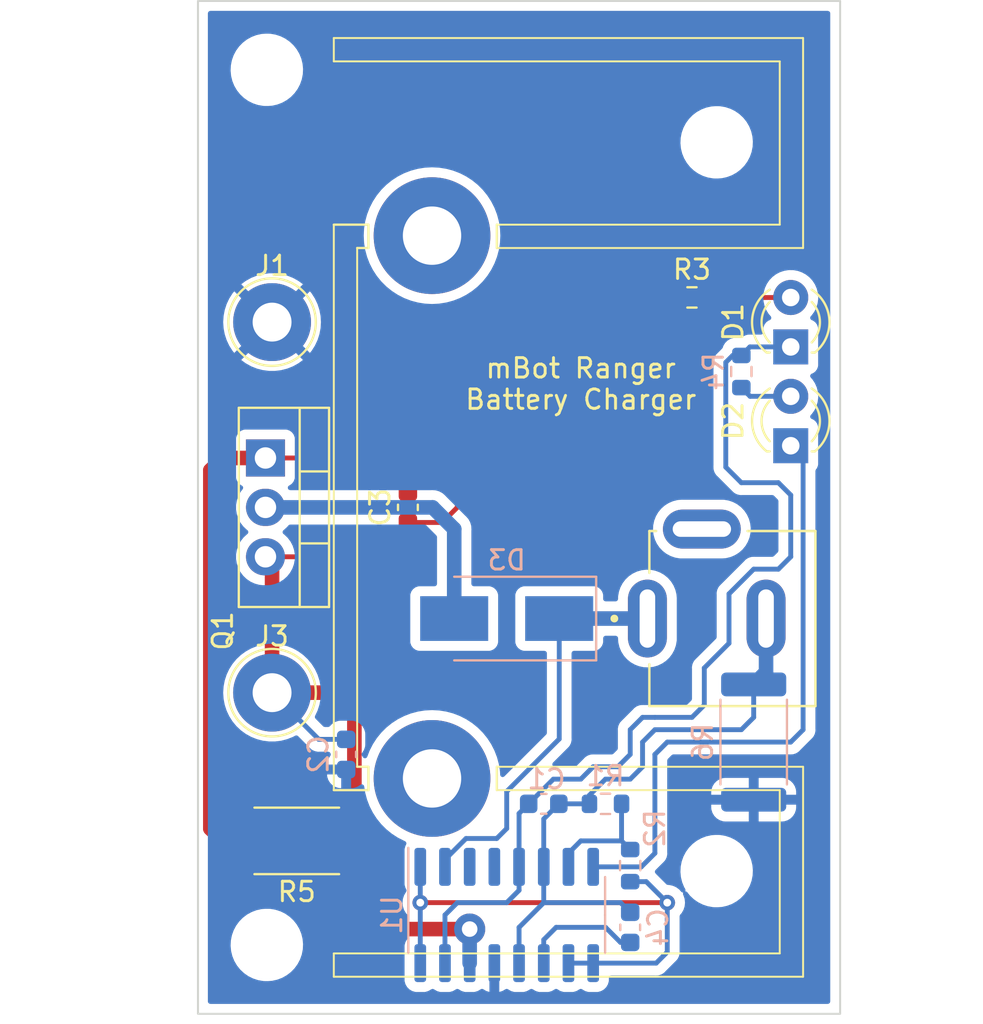
<source format=kicad_pcb>
(kicad_pcb (version 20211014) (generator pcbnew)
  (title_block (title "mbot Ranger Charger") (date "2022-12-31") (rev "1.0"))
  (layers (0 "F.Cu" signal) (31 "B.Cu" signal) (34 "B.Paste" user) (35 "F.Paste" user) (36 "B.SilkS" user "B.Silkscreen") (37 "F.SilkS" user "F.Silkscreen") (38 "B.Mask" user) (39 "F.Mask" user) (44 "Edge.Cuts" user))
  (net 0 "")
  (net 1 "Net-(C1-Pad1)")
  (net 2 "/DC_IN")
  (net 3 "GND")
  (net 4 "/DRV")
  (net 5 "Net-(C4-Pad1)")
  (net 6 "Net-(D1-Pad2)")
  (net 7 "Net-(D2-Pad1)")
  (net 8 "Net-(D2-Pad2)")
  (net 9 "Net-(D3-Pad2)")
  (net 11 "Net-(R1-Pad1)")
  (net 12 "Net-(R2-Pad2)")
  (net 15 "/BATT-")
  (net 16 "/BATT+")
  (footprint "Resistor_SMD:R_0603_1608Metric" (layer "F.Cu") (at 125.73 84.455)
    (fp_text reference "R3" (at 0 -1.43) (layer "F.SilkS"))
    (fp_text value "750")
    (fp_line (start -0.237258 -0.5225) (end 0.237258 -0.5225) (layer "F.SilkS") (width 0.12))
    (fp_line (start -0.237258 0.5225) (end 0.237258 0.5225) (layer "F.SilkS") (width 0.12))
    (pad "1" smd roundrect (at -0.825 0) (size 0.8 0.95) (layers "F.Cu" "F.Paste" "F.Mask") (net 2 "/DC_IN"))
    (pad "2" smd roundrect (at 0.825 0) (size 0.8 0.95) (layers "F.Cu" "F.Paste" "F.Mask") (net 6 "Net-(D1-Pad2)"))
  )
  (footprint "Resistor_SMD:R_2512_6332Metric" (layer "F.Cu") (at 105.41 112.395 180)
    (fp_text reference "R5" (at 0 -2.62) (layer "F.SilkS"))
    (fp_text value "150")
    (fp_line (start -2.177064 -1.71) (end 2.177064 -1.71) (layer "F.SilkS") (width 0.12))
    (fp_line (start -2.177064 1.71) (end 2.177064 1.71) (layer "F.SilkS") (width 0.12))
    (pad "1" smd roundrect (at -2.9625 0 180) (size 1.225 3.35) (layers "F.Cu" "F.Paste" "F.Mask") (roundrect_rratio 0.2040816327) (net 2 "/DC_IN"))
    (pad "2" smd roundrect (at 2.9625 0 180) (size 1.225 3.35) (layers "F.Cu" "F.Paste" "F.Mask") (roundrect_rratio 0.2040816327) (net 4 "/DRV"))
  )
  (footprint "TestPoint:TestPoint_THTPad_D4.0mm_Drill2.0mm" (layer "F.Cu") (at 104.14 85.725)
    (fp_text reference "J1" (at 0 -2.898) (layer "F.SilkS"))
    (fp_text value "Conn_01x01")
    (fp_circle (center 0 0) (end 0 2.25) (layer "F.SilkS") (width 0.12) (fill none))
    (pad "1" thru_hole circle (at 0 0) (size 4 4) (drill 2) (layers *.Cu *.Mask) (net 3 "GND"))
  )
  (footprint "TestPoint:TestPoint_THTPad_D4.0mm_Drill2.0mm" (layer "F.Cu") (at 104.14 104.775)
    (fp_text reference "J3" (at 0 -2.898) (layer "F.SilkS"))
    (fp_text value "Conn_01x01")
    (fp_circle (center 0 0) (end 0 2.25) (layer "F.SilkS") (width 0.12) (fill none))
    (pad "1" thru_hole circle (at 0 0) (size 4 4) (drill 2) (layers *.Cu *.Mask) (net 2 "/DC_IN"))
  )
  (footprint "Capacitor_SMD:C_0603_1608Metric" (layer "F.Cu") (at 111.125 95.25 90)
    (fp_text reference "C3" (at 0 -1.43 90) (layer "F.SilkS"))
    (fp_text value "10n")
    (fp_line (start -0.14058 -0.51) (end 0.14058 -0.51) (layer "F.SilkS") (width 0.12))
    (fp_line (start -0.14058 0.51) (end 0.14058 0.51) (layer "F.SilkS") (width 0.12))
    (pad "1" smd roundrect (at -0.775 0 90) (size 0.9 0.95) (layers "F.Cu" "F.Paste" "F.Mask") (net 2 "/DC_IN"))
    (pad "2" smd roundrect (at 0.775 0 90) (size 0.9 0.95) (layers "F.Cu" "F.Paste" "F.Mask") (net 4 "/DRV"))
  )
  (footprint "nimh-battery-charger:GRAVITECH_CON-SOCJ-2155" (layer "F.Cu") (at 129.54 100.965 180)
    (fp_text reference "J2" hide)
    (fp_text value "CON-SOCJ-2155")
    (fp_line (start -2.54 -4.5) (end 6 -4.5) (layer "F.SilkS") (width 0.127))
    (fp_line (start 0.95 4.5) (end -2.54 4.5) (layer "F.SilkS") (width 0.127))
    (fp_line (start 6 2.35) (end 6 4.5) (layer "F.SilkS") (width 0.127))
    (fp_line (start 6 -4.5) (end 6 -2.35) (layer "F.SilkS") (width 0.127))
    (fp_line (start 6 4.5) (end 5.65 4.5) (layer "F.SilkS") (width 0.127))
    (fp_line (start -2.54 4.5) (end -2.54 -4.5) (layer "F.SilkS") (width 0.127))
    (fp_circle (center 7.8 0) (end 7.9 0) (layer "F.SilkS") (width 0.2) (fill none))
    (pad "1" thru_hole oval (at 6.1 0 180) (size 2 4) (drill oval 0.8 3) (layers *.Cu *.Mask) (net 16 "/BATT+"))
    (pad "2" thru_hole oval (at 3.3 4.6 180) (size 4 2) (drill oval 3 0.8) (layers *.Cu *.Mask))
    (pad "3" thru_hole oval (at 0 0 180) (size 2 4) (drill oval 0.8 3) (layers *.Cu *.Mask) (net 15 "/BATT-"))
  )
  (footprint "MountingHole:MountingHole_2.7mm_M2.5_ISO7380" (layer "F.Cu") (at 127 76.4825)
    (fp_text reference "REF**" hide)
    (fp_text value "MountingHole_2.7mm_M2.5_ISO7380")
    (pad "" np_thru_hole circle (at 0 0) (size 2.7 2.7) (drill 2.7) (layers *.Cu *.Mask))
  )
  (footprint "Package_TO_SOT_THT:TO-220-3_Vertical" (layer "F.Cu") (at 103.8 92.71 -90)
    (fp_text reference "Q1" (at 8.89 2.2 -90) (layer "F.SilkS"))
    (fp_text value "BD912" hide)
    (fp_line (start 7.66 -3.27) (end 7.66 1.371) (layer "F.SilkS") (width 0.12))
    (fp_line (start 0.69 -3.27) (end 0.69 -1.76) (layer "F.SilkS") (width 0.12))
    (fp_line (start -2.58 -3.27) (end -2.58 1.371) (layer "F.SilkS") (width 0.12))
    (fp_line (start 4.391 -3.27) (end 4.391 -1.76) (layer "F.SilkS") (width 0.12))
    (fp_line (start -2.58 -3.27) (end 7.66 -3.27) (layer "F.SilkS") (width 0.12))
    (fp_line (start -2.58 1.371) (end 7.66 1.371) (layer "F.SilkS") (width 0.12))
    (fp_line (start -2.58 -1.76) (end 7.66 -1.76) (layer "F.SilkS") (width 0.12))
    (pad "1" thru_hole rect (at 0 0 270) (size 1.905 2) (drill 1.1) (layers *.Cu *.Mask) (net 4 "/DRV"))
    (pad "2" thru_hole oval (at 2.54 0 270) (size 1.905 2) (drill 1.1) (layers *.Cu *.Mask) (net 9 "Net-(D3-Pad2)"))
    (pad "3" thru_hole oval (at 5.08 0 270) (size 1.905 2) (drill 1.1) (layers *.Cu *.Mask) (net 2 "/DC_IN"))
  )
  (footprint "MountingHole:MountingHole_2.7mm_M2.5_ISO7380" (layer "F.Cu") (at 127 113.9475)
    (fp_text reference "REF**" hide)
    (fp_text value "MountingHole_2.7mm_M2.5_ISO7380")
    (pad "" np_thru_hole circle (at 0 0) (size 2.7 2.7) (drill 2.7) (layers *.Cu *.Mask))
  )
  (footprint "MountingHole:MountingHole_2.7mm_M2.5_ISO7380" (layer "F.Cu") (at 103.87 72.755)
    (fp_text reference "REF**" hide)
    (fp_text value "MountingHole_2.7mm_M2.5_ISO7380")
    (pad "" np_thru_hole circle (at 0 0) (size 2.7 2.7) (drill 2.7) (layers *.Cu *.Mask))
  )
  (footprint "MountingHole:MountingHole_2.7mm_M2.5_ISO7380" (layer "F.Cu") (at 103.87 117.745)
    (fp_text reference "REF**" hide)
    (fp_text value "MountingHole_2.7mm_M2.5_ISO7380")
    (pad "" np_thru_hole circle (at 0 0) (size 2.7 2.7) (drill 2.7) (layers *.Cu *.Mask))
  )
  (footprint "LED_THT:LED_D3.0mm" (layer "F.Cu") (at 130.81 87 90)
    (fp_text reference "D1" (at 1.27 -2.96 90) (layer "F.SilkS"))
    (fp_text value "LED")
    (fp_line (start -0.29 -1.236) (end -0.29 -1.08) (layer "F.SilkS") (width 0.12))
    (fp_line (start -0.29 1.08) (end -0.29 1.236) (layer "F.SilkS") (width 0.12))
    (fp_arc (start 2.31113 1.079837) (mid 1.270117 1.5) (end 0.229039 1.08) (layer "F.SilkS") (width 0.12))
    (fp_arc (start 0.229039 -1.08) (mid 1.270117 -1.5) (end 2.31113 -1.079837) (layer "F.SilkS") (width 0.12))
    (fp_arc (start -0.29 -1.235516) (mid 1.366487 -1.987659) (end 2.942335 -1.078608) (layer "F.SilkS") (width 0.12))
    (fp_arc (start 2.942335 1.078608) (mid 1.366487 1.987659) (end -0.29 1.235516) (layer "F.SilkS") (width 0.12))
    (pad "1" thru_hole rect (at 0 0 90) (size 1.8 1.8) (drill 0.9) (layers *.Cu *.Mask) (net 1 "Net-(C1-Pad1)"))
    (pad "2" thru_hole circle (at 2.54 0 90) (size 1.8 1.8) (drill 0.9) (layers *.Cu *.Mask) (net 6 "Net-(D1-Pad2)"))
  )
  (footprint "nimh-battery-charger:HSS01-B20-CP-V" (layer "F.Cu") (at 107.315 95.25 90)
    (fp_text reference "REF**" hide)
    (fp_text value "HSS01-B20-CP")
    (fp_line (start -24.13 0) (end -24.13 24.13) (layer "F.SilkS") (width 0.1))
    (fp_line (start -14.535 22.93) (end -22.93 22.93) (layer "F.SilkS") (width 0.1))
    (fp_line (start 13.335 1.778) (end 14.535 1.778) (layer "F.SilkS") (width 0.12))
    (fp_line (start -14.535 8.382) (end -13.335 8.382) (layer "F.SilkS") (width 0.12))
    (fp_line (start -14.535 1.778) (end -13.335 1.778) (layer "F.SilkS") (width 0.12))
    (fp_line (start 24.13 0) (end 22.93 0) (layer "F.SilkS") (width 0.1))
    (fp_line (start 22.93 22.93) (end 14.535 22.93) (layer "F.SilkS") (width 0.1))
    (fp_line (start 13.335 1.2) (end 13.335 1.778) (layer "F.SilkS") (width 0.12))
    (fp_line (start -14.535 0) (end -14.535 1.778) (layer "F.SilkS") (width 0.12))
    (fp_line (start 14.535 22.93) (end 14.535 8.382) (layer "F.SilkS") (width 0.1))
    (fp_line (start 13.335 24.13) (end 24.13 24.13) (layer "F.SilkS") (width 0.1))
    (fp_line (start 14.535 0) (end -14.535 0) (layer "F.SilkS") (width 0.1))
    (fp_line (start 14.535 0) (end 14.535 1.778) (layer "F.SilkS") (width 0.12))
    (fp_line (start -13.335 1.2) (end 13.335 1.2) (layer "F.SilkS") (width 0.1))
    (fp_line (start -13.335 1.2) (end -13.335 1.778) (layer "F.SilkS") (width 0.12))
    (fp_line (start -24.13 24.13) (end -13.335 24.13) (layer "F.SilkS") (width 0.1))
    (fp_line (start 13.335 8.382) (end 14.535 8.382) (layer "F.SilkS") (width 0.12))
    (fp_line (start 22.93 0) (end 22.93 22.93) (layer "F.SilkS") (width 0.1))
    (fp_line (start 24.13 24.13) (end 24.13 0) (layer "F.SilkS") (width 0.1))
    (fp_line (start 13.335 8.382) (end 13.335 24.13) (layer "F.SilkS") (width 0.1))
    (fp_line (start -22.93 22.93) (end -22.93 0) (layer "F.SilkS") (width 0.1))
    (fp_line (start -22.93 0) (end -24.13 0) (layer "F.SilkS") (width 0.1))
    (fp_line (start -13.335 24.13) (end -13.335 8.382) (layer "F.SilkS") (width 0.1))
    (fp_line (start -14.535 8.382) (end -14.535 22.93) (layer "F.SilkS") (width 0.1))
    (pad "1" thru_hole circle (at 13.97 5.05 90) (size 6 6) (drill 3) (layers *.Cu *.Mask))
    (pad "1" thru_hole circle (at -13.935 5.05 90) (size 6 6) (drill 3) (layers *.Cu *.Mask))
  )
  (footprint "LED_THT:LED_D3.0mm" (layer "F.Cu") (at 130.81 92.08 90)
    (fp_text reference "D2" (at 1.27 -2.96 90) (layer "F.SilkS"))
    (fp_text value "LED")
    (fp_line (start -0.29 1.08) (end -0.29 1.236) (layer "F.SilkS") (width 0.12))
    (fp_line (start -0.29 -1.236) (end -0.29 -1.08) (layer "F.SilkS") (width 0.12))
    (fp_arc (start 2.31113 1.079837) (mid 1.270117 1.5) (end 0.229039 1.08) (layer "F.SilkS") (width 0.12))
    (fp_arc (start 2.942335 1.078608) (mid 1.366487 1.987659) (end -0.29 1.235516) (layer "F.SilkS") (width 0.12))
    (fp_arc (start 0.229039 -1.08) (mid 1.270117 -1.5) (end 2.31113 -1.079837) (layer "F.SilkS") (width 0.12))
    (fp_arc (start -0.29 -1.235516) (mid 1.366487 -1.987659) (end 2.942335 -1.078608) (layer "F.SilkS") (width 0.12))
    (pad "1" thru_hole rect (at 0 0 90) (size 1.8 1.8) (drill 0.9) (layers *.Cu *.Mask) (net 7 "Net-(D2-Pad1)"))
    (pad "2" thru_hole circle (at 2.54 0 90) (size 1.8 1.8) (drill 0.9) (layers *.Cu *.Mask) (net 8 "Net-(D2-Pad2)"))
  )
  (footprint "Capacitor_SMD:C_0603_1608Metric" (layer "B.Cu") (at 122.555 116.84 90)
    (fp_text reference "C4" (at 0 1.43 90) (layer "B.SilkS") (effects (justify mirror)))
    (fp_text value "10n")
    (fp_line (start -0.14058 -0.51) (end 0.14058 -0.51) (layer "B.SilkS") (width 0.12))
    (fp_line (start -0.14058 0.51) (end 0.14058 0.51) (layer "B.SilkS") (width 0.12))
    (pad "1" smd roundrect (at -0.775 0 90) (size 0.9 0.95) (layers "B.Cu" "B.Paste" "B.Mask") (net 5 "Net-(C4-Pad1)"))
    (pad "2" smd roundrect (at 0.775 0 90) (size 0.9 0.95) (layers "B.Cu" "B.Paste" "B.Mask") (net 15 "/BATT-"))
  )
  (footprint "Capacitor_SMD:C_0603_1608Metric" (layer "B.Cu") (at 107.95 107.95 -90)
    (fp_text reference "C2" (at 0 1.43 90) (layer "B.SilkS") (effects (justify mirror)))
    (fp_text value "10u")
    (fp_line (start -0.14058 0.51) (end 0.14058 0.51) (layer "B.SilkS") (width 0.12))
    (fp_line (start -0.14058 -0.51) (end 0.14058 -0.51) (layer "B.SilkS") (width 0.12))
    (pad "1" smd roundrect (at -0.775 0 270) (size 0.9 0.95) (layers "B.Cu" "B.Paste" "B.Mask") (net 2 "/DC_IN"))
    (pad "2" smd roundrect (at 0.775 0 270) (size 0.9 0.95) (layers "B.Cu" "B.Paste" "B.Mask") (net 3 "GND"))
  )
  (footprint "Package_SO:SOIC-16_3.9x9.9mm_P1.27mm" (layer "B.Cu") (at 116.205 116.205 -90)
    (fp_text reference "U1" (at 0 5.9 90) (layer "B.SilkS") (effects (justify mirror)))
    (fp_text value "MAX712CSE")
    (fp_line (start 0 -5.06) (end 1.95 -5.06) (layer "B.SilkS") (width 0.12))
    (fp_line (start 0 -5.06) (end -1.95 -5.06) (layer "B.SilkS") (width 0.12))
    (fp_line (start 0 5.06) (end 1.95 5.06) (layer "B.SilkS") (width 0.12))
    (fp_line (start 0 5.06) (end -3.45 5.06) (layer "B.SilkS") (width 0.12))
    (pad "1" smd roundrect (at -2.475 4.445 270) (size 1.95 0.6) (layers "B.Cu" "B.Paste" "B.Mask") (net 12 "Net-(R2-Pad2)"))
    (pad "2" smd roundrect (at -2.475 3.175 270) (size 1.95 0.6) (layers "B.Cu" "B.Paste" "B.Mask") (net 16 "/BATT+"))
    (pad "3" smd roundrect (at -2.475 1.905 270) (size 1.95 0.6) (layers "B.Cu" "B.Paste" "B.Mask"))
    (pad "4" smd roundrect (at -2.475 0.635 270) (size 1.95 0.6) (layers "B.Cu" "B.Paste" "B.Mask"))
    (pad "5" smd roundrect (at -2.475 -0.635 270) (size 1.95 0.6) (layers "B.Cu" "B.Paste" "B.Mask") (net 1 "Net-(C1-Pad1)"))
    (pad "6" smd roundrect (at -2.475 -1.905 270) (size 1.95 0.6) (layers "B.Cu" "B.Paste" "B.Mask") (net 15 "/BATT-"))
    (pad "7" smd roundrect (at -2.475 -3.175 270) (size 1.95 0.6) (layers "B.Cu" "B.Paste" "B.Mask") (net 11 "Net-(R1-Pad1)"))
    (pad "8" smd roundrect (at -2.475 -4.445 270) (size 1.95 0.6) (layers "B.Cu" "B.Paste" "B.Mask") (net 7 "Net-(D2-Pad1)"))
    (pad "9" smd roundrect (at 2.475 -4.445 270) (size 1.95 0.6) (layers "B.Cu" "B.Paste" "B.Mask") (net 12 "Net-(R2-Pad2)"))
    (pad "10" smd roundrect (at 2.475 -3.175 270) (size 1.95 0.6) (layers "B.Cu" "B.Paste" "B.Mask") (net 12 "Net-(R2-Pad2)"))
    (pad "11" smd roundrect (at 2.475 -1.905 270) (size 1.95 0.6) (layers "B.Cu" "B.Paste" "B.Mask") (net 5 "Net-(C4-Pad1)"))
    (pad "12" smd roundrect (at 2.475 -0.635 270) (size 1.95 0.6) (layers "B.Cu" "B.Paste" "B.Mask") (net 15 "/BATT-"))
    (pad "13" smd roundrect (at 2.475 0.635 270) (size 1.95 0.6) (layers "B.Cu" "B.Paste" "B.Mask") (net 3 "GND"))
    (pad "14" smd roundrect (at 2.475 1.905 270) (size 1.95 0.6) (layers "B.Cu" "B.Paste" "B.Mask") (net 4 "/DRV"))
    (pad "15" smd roundrect (at 2.475 3.175 270) (size 1.95 0.6) (layers "B.Cu" "B.Paste" "B.Mask") (net 1 "Net-(C1-Pad1)"))
    (pad "16" smd roundrect (at 2.475 4.445 270) (size 1.95 0.6) (layers "B.Cu" "B.Paste" "B.Mask") (net 12 "Net-(R2-Pad2)"))
  )
  (footprint "Diode_SMD:D_SMB_Handsoldering" (layer "B.Cu") (at 116.205 100.965 180)
    (fp_text reference "D3" (at 0 3) (layer "B.SilkS") (effects (justify mirror)))
    (fp_text value "D_Schottky")
    (fp_line (start -4.6 -2.15) (end 2.7 -2.15) (layer "B.SilkS") (width 0.12))
    (fp_line (start -4.6 2.15) (end -4.6 -2.15) (layer "B.SilkS") (width 0.12))
    (fp_line (start -4.6 2.15) (end 2.7 2.15) (layer "B.SilkS") (width 0.12))
    (pad "1" smd rect (at -2.7 0 180) (size 3.5 2.3) (layers "B.Cu" "B.Paste" "B.Mask") (net 16 "/BATT+"))
    (pad "2" smd rect (at 2.7 0 180) (size 3.5 2.3) (layers "B.Cu" "B.Paste" "B.Mask") (net 9 "Net-(D3-Pad2)"))
  )
  (footprint "Resistor_SMD:R_0603_1608Metric" (layer "B.Cu") (at 121.285 110.49 180)
    (fp_text reference "R1" (at 0 1.43) (layer "B.SilkS") (effects (justify mirror)))
    (fp_text value "22k")
    (fp_line (start -0.237258 0.5225) (end 0.237258 0.5225) (layer "B.SilkS") (width 0.12))
    (fp_line (start -0.237258 -0.5225) (end 0.237258 -0.5225) (layer "B.SilkS") (width 0.12))
    (pad "1" smd roundrect (at -0.825 0 180) (size 0.8 0.95) (layers "B.Cu" "B.Paste" "B.Mask") (net 11 "Net-(R1-Pad1)"))
    (pad "2" smd roundrect (at 0.825 0 180) (size 0.8 0.95) (layers "B.Cu" "B.Paste" "B.Mask") (net 15 "/BATT-"))
  )
  (footprint "Resistor_SMD:R_2512_6332Metric" (layer "B.Cu") (at 128.905 107.315 -90)
    (fp_text reference "R6" (at 0 2.62 90) (layer "B.SilkS") (effects (justify mirror)))
    (fp_text value "0.1")
    (fp_line (start -2.177064 -1.71) (end 2.177064 -1.71) (layer "B.SilkS") (width 0.12))
    (fp_line (start -2.177064 1.71) (end 2.177064 1.71) (layer "B.SilkS") (width 0.12))
    (pad "1" smd roundrect (at -2.9625 0 270) (size 1.225 3.35) (layers "B.Cu" "B.Paste" "B.Mask") (roundrect_rratio 0.2040816327) (net 15 "/BATT-"))
    (pad "2" smd roundrect (at 2.9625 0 270) (size 1.225 3.35) (layers "B.Cu" "B.Paste" "B.Mask") (roundrect_rratio 0.2040816327) (net 3 "GND"))
  )
  (footprint "Capacitor_SMD:C_0603_1608Metric" (layer "B.Cu") (at 118.11 110.49)
    (fp_text reference "C1" (at 0.14058 -1.27) (layer "B.SilkS") (effects (justify mirror)))
    (fp_text value "1u")
    (fp_line (start -0.14058 -0.51) (end 0.14058 -0.51) (layer "B.SilkS") (width 0.12))
    (fp_line (start -0.14058 0.51) (end 0.14058 0.51) (layer "B.SilkS") (width 0.12))
    (pad "1" smd roundrect (at -0.775 0) (size 0.9 0.95) (layers "B.Cu" "B.Paste" "B.Mask") (net 1 "Net-(C1-Pad1)"))
    (pad "2" smd roundrect (at 0.775 0) (size 0.9 0.95) (layers "B.Cu" "B.Paste" "B.Mask") (net 15 "/BATT-"))
  )
  (footprint "Resistor_SMD:R_0603_1608Metric" (layer "B.Cu") (at 128.27 88.265 -90)
    (fp_text reference "R4" (at 0 1.43 90) (layer "B.SilkS") (effects (justify mirror)))
    (fp_text value "470")
    (fp_line (start -0.237258 -0.5225) (end 0.237258 -0.5225) (layer "B.SilkS") (width 0.12))
    (fp_line (start -0.237258 0.5225) (end 0.237258 0.5225) (layer "B.SilkS") (width 0.12))
    (pad "1" smd roundrect (at -0.825 0 270) (size 0.8 0.95) (layers "B.Cu" "B.Paste" "B.Mask") (net 1 "Net-(C1-Pad1)"))
    (pad "2" smd roundrect (at 0.825 0 270) (size 0.8 0.95) (layers "B.Cu" "B.Paste" "B.Mask") (net 8 "Net-(D2-Pad2)"))
  )
  (footprint "Resistor_SMD:R_0603_1608Metric" (layer "B.Cu") (at 122.555 113.665 -90)
    (fp_text reference "R2" (at -1.905 -1.27 90) (layer "B.SilkS") (effects (justify mirror)))
    (fp_text value "68k")
    (fp_line (start -0.237258 -0.5225) (end 0.237258 -0.5225) (layer "B.SilkS") (width 0.12))
    (fp_line (start -0.237258 0.5225) (end 0.237258 0.5225) (layer "B.SilkS") (width 0.12))
    (pad "1" smd roundrect (at -0.825 0 270) (size 0.8 0.95) (layers "B.Cu" "B.Paste" "B.Mask") (net 11 "Net-(R1-Pad1)"))
    (pad "2" smd roundrect (at 0.825 0 270) (size 0.8 0.95) (layers "B.Cu" "B.Paste" "B.Mask") (net 12 "Net-(R2-Pad2)"))
  )
  (gr_rect (start 100.33 121.285) (end 133.35 69.215) (layer "Edge.Cuts") (width 0.1) (fill none))
  (gr_text "mBot Ranger\nBattery Charger" (at 120.015 88.9) (layer "F.SilkS") (effects (font (size 1 1))))
  (segment (start 121.92 108.585) (end 120.65 108.585) (width 0.25) (layer "B.Cu") (net 1))
  (segment (start 116.205 115.57) (end 116.84 114.935) (width 0.25) (layer "B.Cu") (net 1))
  (segment (start 128.27 87.44) (end 127.825 87.44) (width 0.25) (layer "B.Cu") (net 1))
  (segment (start 130.81 94.615) (end 130.81 97.79) (width 0.25) (layer "B.Cu") (net 1))
  (segment (start 113.03 118.68) (end 113.03 116.205) (width 0.25) (layer "B.Cu") (net 1))
  (segment (start 127.825 87.44) (end 127.47048 87.79452) (width 0.25) (layer "B.Cu") (net 1))
  (segment (start 126.365 103.505) (end 126.365 105.41) (width 0.25) (layer "B.Cu") (net 1))
  (segment (start 127.47048 93.18048) (end 128.27 93.98) (width 0.25) (layer "B.Cu") (net 1))
  (segment (start 127.635 102.235) (end 126.365 103.505) (width 0.25) (layer "B.Cu") (net 1))
  (segment (start 128.905 98.425) (end 127.635 99.695) (width 0.25) (layer "B.Cu") (net 1))
  (segment (start 130.81 87) (end 128.71 87) (width 0.25) (layer "B.Cu") (net 1))
  (segment (start 130.81 97.79) (end 130.175 98.425) (width 0.25) (layer "B.Cu") (net 1))
  (segment (start 130.175 98.425) (end 128.905 98.425) (width 0.25) (layer "B.Cu") (net 1))
  (segment (start 123.825 106.045) (end 123.19 106.045) (width 0.25) (layer "B.Cu") (net 1))
  (segment (start 120.015 109.22) (end 118.605 109.22) (width 0.25) (layer "B.Cu") (net 1))
  (segment (start 116.84 110.985) (end 117.335 110.49) (width 0.25) (layer "B.Cu") (net 1))
  (segment (start 113.665 115.57) (end 116.205 115.57) (width 0.25) (layer "B.Cu") (net 1))
  (segment (start 120.65 108.585) (end 120.015 109.22) (width 0.25) (layer "B.Cu") (net 1))
  (segment (start 116.84 114.935) (end 116.84 113.73) (width 0.25) (layer "B.Cu") (net 1))
  (segment (start 122.555 107.95) (end 121.92 108.585) (width 0.25) (layer "B.Cu") (net 1))
  (segment (start 116.84 113.73) (end 116.84 110.985) (width 0.25) (layer "B.Cu") (net 1))
  (segment (start 128.27 93.98) (end 130.175 93.98) (width 0.25) (layer "B.Cu") (net 1))
  (segment (start 125.73 106.045) (end 123.825 106.045) (width 0.25) (layer "B.Cu") (net 1))
  (segment (start 127.47048 87.79452) (end 127.47048 93.18048) (width 0.25) (layer "B.Cu") (net 1))
  (segment (start 126.365 105.41) (end 125.73 106.045) (width 0.25) (layer "B.Cu") (net 1))
  (segment (start 130.175 93.98) (end 130.81 94.615) (width 0.25) (layer "B.Cu") (net 1))
  (segment (start 118.605 109.22) (end 117.335 110.49) (width 0.25) (layer "B.Cu") (net 1))
  (segment (start 123.19 106.045) (end 122.555 106.68) (width 0.25) (layer "B.Cu") (net 1))
  (segment (start 113.03 116.205) (end 113.665 115.57) (width 0.25) (layer "B.Cu") (net 1))
  (segment (start 122.555 106.68) (end 122.555 107.95) (width 0.25) (layer "B.Cu") (net 1))
  (segment (start 127.635 99.695) (end 127.635 102.235) (width 0.25) (layer "B.Cu") (net 1))
  (segment (start 128.71 87) (end 128.27 87.44) (width 0.25) (layer "B.Cu") (net 1))
  (segment (start 107.315 104.775) (end 104.14 104.775) (width 0.75) (layer "F.Cu") (net 2))
  (segment (start 111.125 96.025) (end 112.89 96.025) (width 0.25) (layer "F.Cu") (net 2))
  (segment (start 113.665 95.25) (end 113.665 85.09) (width 0.25) (layer "F.Cu") (net 2))
  (segment (start 104.14 98.13) (end 103.8 97.79) (width 0.75) (layer "F.Cu") (net 2))
  (segment (start 109.36 97.79) (end 103.8 97.79) (width 0.25) (layer "F.Cu") (net 2))
  (segment (start 112.89 96.025) (end 113.665 95.25) (width 0.25) (layer "F.Cu") (net 2))
  (segment (start 104.14 104.775) (end 104.14 98.13) (width 0.75) (layer "F.Cu") (net 2))
  (segment (start 108.3725 112.395) (end 108.3725 105.8325) (width 0.75) (layer "F.Cu") (net 2))
  (segment (start 113.665 85.09) (end 114.3 84.455) (width 0.25) (layer "F.Cu") (net 2))
  (segment (start 108.3725 105.8325) (end 107.315 104.775) (width 0.75) (layer "F.Cu") (net 2))
  (segment (start 111.125 96.025) (end 109.36 97.79) (width 0.25) (layer "F.Cu") (net 2))
  (segment (start 114.3 84.455) (end 124.905 84.455) (width 0.25) (layer "F.Cu") (net 2))
  (segment (start 107.95 107.175) (end 106.54 107.175) (width 0.25) (layer "B.Cu") (net 2))
  (segment (start 106.54 107.175) (end 104.14 104.775) (width 0.25) (layer "B.Cu") (net 2))
  (segment (start 106.045 112.395) (end 106.68 113.03) (width 0.75) (layer "F.Cu") (net 4))
  (segment (start 101.6 112.395) (end 100.965 111.76) (width 0.75) (layer "F.Cu") (net 4))
  (segment (start 101.6 92.71) (end 103.8 92.71) (width 0.75) (layer "F.Cu") (net 4))
  (segment (start 102.4475 112.395) (end 101.6 112.395) (width 0.75) (layer "F.Cu") (net 4))
  (segment (start 102.4475 112.395) (end 106.045 112.395) (width 0.75) (layer "F.Cu") (net 4))
  (segment (start 106.68 113.03) (end 106.68 116.205) (width 0.75) (layer "F.Cu") (net 4))
  (segment (start 100.965 93.345) (end 101.6 92.71) (width 0.75) (layer "F.Cu") (net 4))
  (segment (start 107.4045 116.9295) (end 114.3 116.9295) (width 0.75) (layer "F.Cu") (net 4))
  (segment (start 100.965 111.76) (end 100.965 93.345) (width 0.75) (layer "F.Cu") (net 4))
  (segment (start 106.68 116.205) (end 107.4045 116.9295) (width 0.75) (layer "F.Cu") (net 4))
  (segment (start 111.125 94.475) (end 109.36 92.71) (width 0.25) (layer "F.Cu") (net 4))
  (segment (start 109.36 92.71) (end 103.8 92.71) (width 0.25) (layer "F.Cu") (net 4))
  (via (at 114.3 116.9295) (size 1.6) (drill 0.8) (layers "F.Cu" "B.Cu") (net 4))
  (segment (start 114.3 118.68) (end 114.3 116.9295) (width 0.75) (layer "B.Cu") (net 4))
  (segment (start 121.285 116.84) (end 118.745 116.84) (width 0.25) (layer "B.Cu") (net 5))
  (segment (start 122.06 117.615) (end 121.285 116.84) (width 0.25) (layer "B.Cu") (net 5))
  (segment (start 122.555 117.615) (end 122.06 117.615) (width 0.25) (layer "B.Cu") (net 5))
  (segment (start 118.745 116.84) (end 118.11 117.475) (width 0.25) (layer "B.Cu") (net 5))
  (segment (start 118.11 117.475) (end 118.11 118.68) (width 0.25) (layer "B.Cu") (net 5))
  (segment (start 126.56 84.46) (end 130.81 84.46) (width 0.25) (layer "F.Cu") (net 6))
  (segment (start 126.555 84.455) (end 126.56 84.46) (width 0.25) (layer "F.Cu") (net 6))
  (segment (start 130.81 92.08) (end 131.445 92.715) (width 0.25) (layer "B.Cu") (net 7))
  (segment (start 123.825 113.03) (end 123.125 113.73) (width 0.25) (layer "B.Cu") (net 7))
  (segment (start 124.46 107.315) (end 123.825 107.95) (width 0.25) (layer "B.Cu") (net 7))
  (segment (start 123.125 113.73) (end 120.65 113.73) (width 0.25) (layer "B.Cu") (net 7))
  (segment (start 131.445 106.68) (end 130.81 107.315) (width 0.25) (layer "B.Cu") (net 7))
  (segment (start 130.81 107.315) (end 124.46 107.315) (width 0.25) (layer "B.Cu") (net 7))
  (segment (start 131.445 92.715) (end 131.445 106.68) (width 0.25) (layer "B.Cu") (net 7))
  (segment (start 123.825 107.95) (end 123.825 113.03) (width 0.25) (layer "B.Cu") (net 7))
  (segment (start 130.81 89.54) (end 128.72 89.54) (width 0.25) (layer "B.Cu") (net 8))
  (segment (start 128.72 89.54) (end 128.27 89.09) (width 0.25) (layer "B.Cu") (net 8))
  (segment (start 113.505 96.36) (end 112.395 95.25) (width 0.75) (layer "B.Cu") (net 9))
  (segment (start 113.505 100.965) (end 113.505 96.36) (width 0.75) (layer "B.Cu") (net 9))
  (segment (start 112.395 95.25) (end 103.8 95.25) (width 0.75) (layer "B.Cu") (net 9))
  (segment (start 122.11 112.395) (end 120.015 112.395) (width 0.25) (layer "B.Cu") (net 11))
  (segment (start 122.11 112.395) (end 122.555 112.84) (width 0.25) (layer "B.Cu") (net 11))
  (segment (start 122.11 110.49) (end 122.11 112.395) (width 0.25) (layer "B.Cu") (net 11))
  (segment (start 119.38 113.03) (end 119.38 113.73) (width 0.25) (layer "B.Cu") (net 11))
  (segment (start 120.015 112.395) (end 119.38 113.03) (width 0.25) (layer "B.Cu") (net 11))
  (segment (start 124.46 115.57) (end 111.76 115.57) (width 0.25) (layer "F.Cu") (net 12))
  (via (at 111.76 115.57) (size 0.8) (drill 0.4) (layers "F.Cu" "B.Cu") (net 12))
  (via (at 124.46 115.57) (size 0.8) (drill 0.4) (layers "F.Cu" "B.Cu") (net 12))
  (segment (start 123.89 118.68) (end 120.65 118.68) (width 0.25) (layer "B.Cu") (net 12))
  (segment (start 123.38 114.49) (end 124.46 115.57) (width 0.25) (layer "B.Cu") (net 12))
  (segment (start 124.46 118.11) (end 123.89 118.68) (width 0.25) (layer "B.Cu") (net 12))
  (segment (start 124.46 115.57) (end 124.46 118.11) (width 0.25) (layer "B.Cu") (net 12))
  (segment (start 120.65 118.68) (end 119.38 118.68) (width 0.25) (layer "B.Cu") (net 12))
  (segment (start 111.76 115.57) (end 111.76 118.68) (width 0.25) (layer "B.Cu") (net 12))
  (segment (start 111.76 113.73) (end 111.76 115.57) (width 0.25) (layer "B.Cu") (net 12))
  (segment (start 122.555 114.49) (end 123.38 114.49) (width 0.25) (layer "B.Cu") (net 12))
  (segment (start 129.54 103.7175) (end 128.905 104.3525) (width 0.75) (layer "B.Cu") (net 15))
  (segment (start 128.27 106.68) (end 123.825718 106.68) (width 0.25) (layer "B.Cu") (net 15))
  (segment (start 120.46 110.045) (end 120.46 110.49) (width 0.25) (layer "B.Cu") (net 15))
  (segment (start 116.84 118.68) (end 116.84 116.84) (width 0.25) (layer "B.Cu") (net 15))
  (segment (start 118.885 110.49) (end 120.46 110.49) (width 0.25) (layer "B.Cu") (net 15))
  (segment (start 122.06 115.57) (end 122.555 116.065) (width 0.25) (layer "B.Cu") (net 15))
  (segment (start 128.905 106.045) (end 128.27 106.68) (width 0.25) (layer "B.Cu") (net 15))
  (segment (start 123.19 108.585) (end 122.555 109.22) (width 0.25) (layer "B.Cu") (net 15))
  (segment (start 121.285 109.22) (end 120.46 110.045) (width 0.25) (layer "B.Cu") (net 15))
  (segment (start 123.19 107.315718) (end 123.19 108.585) (width 0.25) (layer "B.Cu") (net 15))
  (segment (start 116.84 116.84) (end 118.11 115.57) (width 0.25) (layer "B.Cu") (net 15))
  (segment (start 118.11 113.73) (end 118.11 111.265) (width 0.25) (layer "B.Cu") (net 15))
  (segment (start 118.11 111.265) (end 118.885 110.49) (width 0.25) (layer "B.Cu") (net 15))
  (segment (start 128.905 104.3525) (end 128.905 106.045) (width 0.25) (layer "B.Cu") (net 15))
  (segment (start 129.54 100.965) (end 129.54 103.7175) (width 0.75) (layer "B.Cu") (net 15))
  (segment (start 123.825718 106.68) (end 123.19 107.315718) (width 0.25) (layer "B.Cu") (net 15))
  (segment (start 118.11 115.57) (end 122.06 115.57) (width 0.25) (layer "B.Cu") (net 15))
  (segment (start 118.11 115.57) (end 118.11 113.73) (width 0.25) (layer "B.Cu") (net 15))
  (segment (start 122.555 109.22) (end 121.285 109.22) (width 0.25) (layer "B.Cu") (net 15))
  (segment (start 116.205 109.855) (end 118.905 107.155) (width 0.25) (layer "B.Cu") (net 16))
  (segment (start 115.692138 112.272862) (end 116.205 111.76) (width 0.25) (layer "B.Cu") (net 16))
  (segment (start 116.205 111.76) (end 116.205 109.855) (width 0.25) (layer "B.Cu") (net 16))
  (segment (start 118.905 100.965) (end 123.44 100.965) (width 0.75) (layer "B.Cu") (net 16))
  (segment (start 114.111066 112.272862) (end 115.692138 112.272862) (width 0.25) (layer "B.Cu") (net 16))
  (segment (start 118.905 107.155) (end 118.905 100.965) (width 0.25) (layer "B.Cu") (net 16))
  (segment (start 113.03 113.353928) (end 114.111066 112.272862) (width 0.25) (layer "B.Cu") (net 16))
  (segment (start 113.03 113.73) (end 113.03 113.353928) (width 0.25) (layer "B.Cu") (net 16))
  (zone (net 3) (net_name "GND") (layer "B.Cu") (connect_pads (clearance 0.508)) (min_thickness 0.254) (fill yes (thermal_gap 0.508) (thermal_bridge_width 0.508))
    (polygon (pts (xy 133.35 121.285) (xy 100.33 121.285) (xy 100.33 69.215) (xy 133.35 69.215)))
  )
)
</source>
